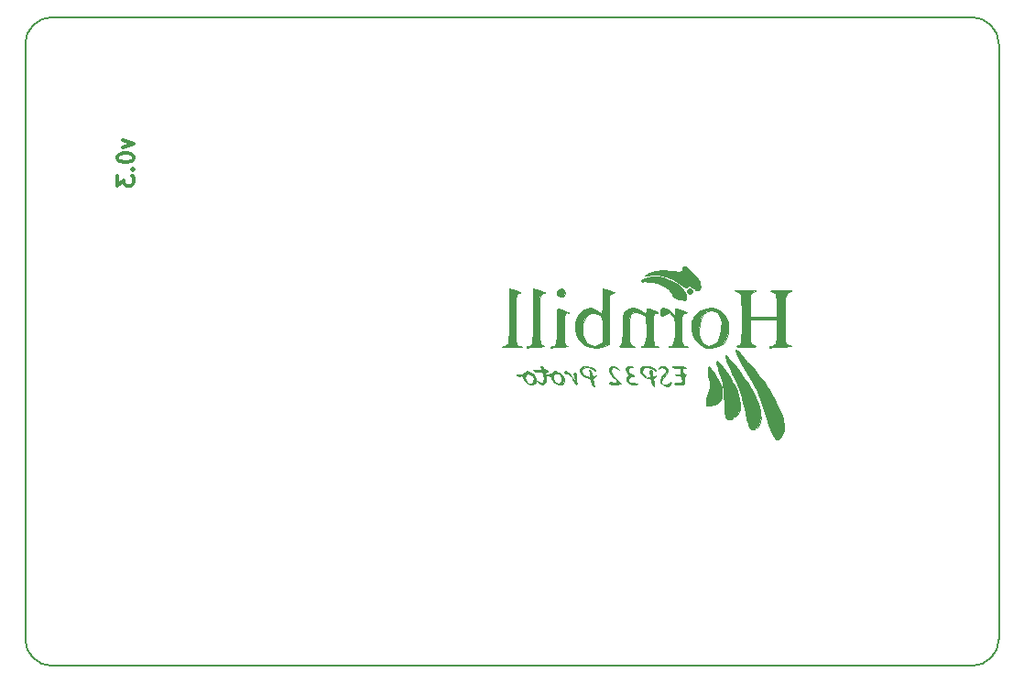
<source format=gbr>
G04 #@! TF.FileFunction,Legend,Bot*
%FSLAX46Y46*%
G04 Gerber Fmt 4.6, Leading zero omitted, Abs format (unit mm)*
G04 Created by KiCad (PCBNEW (2015-01-16 BZR 5376)-product) date 12-May-17 12:05:33 PM*
%MOMM*%
G01*
G04 APERTURE LIST*
%ADD10C,0.100000*%
%ADD11C,0.300000*%
%ADD12C,0.150000*%
%ADD13C,0.010000*%
G04 APERTURE END LIST*
D10*
D11*
X54034571Y-61357144D02*
X55034571Y-61714287D01*
X54034571Y-62071429D01*
X53534571Y-62928572D02*
X53534571Y-63071429D01*
X53606000Y-63214286D01*
X53677429Y-63285715D01*
X53820286Y-63357144D01*
X54106000Y-63428572D01*
X54463143Y-63428572D01*
X54748857Y-63357144D01*
X54891714Y-63285715D01*
X54963143Y-63214286D01*
X55034571Y-63071429D01*
X55034571Y-62928572D01*
X54963143Y-62785715D01*
X54891714Y-62714286D01*
X54748857Y-62642858D01*
X54463143Y-62571429D01*
X54106000Y-62571429D01*
X53820286Y-62642858D01*
X53677429Y-62714286D01*
X53606000Y-62785715D01*
X53534571Y-62928572D01*
X54891714Y-64071429D02*
X54963143Y-64142857D01*
X55034571Y-64071429D01*
X54963143Y-64000000D01*
X54891714Y-64071429D01*
X55034571Y-64071429D01*
X53534571Y-64642858D02*
X53534571Y-65571429D01*
X54106000Y-65071429D01*
X54106000Y-65285715D01*
X54177429Y-65428572D01*
X54248857Y-65500001D01*
X54391714Y-65571429D01*
X54748857Y-65571429D01*
X54891714Y-65500001D01*
X54963143Y-65428572D01*
X55034571Y-65285715D01*
X55034571Y-64857143D01*
X54963143Y-64714286D01*
X54891714Y-64642858D01*
D12*
X45000000Y-52500000D02*
X45000000Y-107500000D01*
X132500000Y-50000000D02*
X47500000Y-50000000D01*
X135000000Y-107500000D02*
X135000000Y-52500000D01*
X47500000Y-110000000D02*
X132500000Y-110000000D01*
X45000000Y-107500000D02*
G75*
G03X47500000Y-110000000I2500000J0D01*
G01*
X132500000Y-110000000D02*
G75*
G03X135000000Y-107500000I0J2500000D01*
G01*
X135000000Y-52500000D02*
G75*
G03X132500000Y-50000000I-2500000J0D01*
G01*
X47500000Y-50000000D02*
G75*
G03X45000000Y-52500000I0J-2500000D01*
G01*
D13*
G36*
X110674846Y-80770598D02*
X110684422Y-80870641D01*
X110766844Y-81092513D01*
X110909795Y-81411683D01*
X111100959Y-81803618D01*
X111328022Y-82243788D01*
X111578666Y-82707660D01*
X111840576Y-83170704D01*
X112091007Y-83591400D01*
X112313079Y-83960914D01*
X112494698Y-84285857D01*
X112651193Y-84601556D01*
X112797891Y-84943339D01*
X112950121Y-85346532D01*
X113123213Y-85846462D01*
X113297796Y-86372644D01*
X113540992Y-87104092D01*
X113742849Y-87688726D01*
X113909696Y-88142218D01*
X114047860Y-88480243D01*
X114163667Y-88718471D01*
X114263446Y-88872576D01*
X114336955Y-88946567D01*
X114460558Y-89027751D01*
X114568713Y-89031669D01*
X114741294Y-88958769D01*
X114761684Y-88948953D01*
X114929195Y-88782254D01*
X115010240Y-88586733D01*
X114951933Y-88586733D01*
X114909600Y-88629067D01*
X114867266Y-88586733D01*
X114443933Y-88586733D01*
X114401600Y-88629067D01*
X114359266Y-88586733D01*
X114401600Y-88544400D01*
X114443933Y-88586733D01*
X114867266Y-88586733D01*
X114909600Y-88544400D01*
X114951933Y-88586733D01*
X115010240Y-88586733D01*
X115050197Y-88490339D01*
X115118613Y-88112424D01*
X115128368Y-87687729D01*
X115073388Y-87255471D01*
X115043400Y-87130322D01*
X114952189Y-86867074D01*
X114796481Y-86494652D01*
X114594928Y-86051392D01*
X114366183Y-85575631D01*
X114128897Y-85105708D01*
X113901722Y-84679959D01*
X113703311Y-84336721D01*
X113623961Y-84212820D01*
X113250759Y-83674108D01*
X112887985Y-83178216D01*
X112549304Y-82741519D01*
X112248378Y-82380390D01*
X111998869Y-82111202D01*
X111814441Y-81950329D01*
X111708758Y-81914146D01*
X111706771Y-81915266D01*
X111665229Y-81910271D01*
X111685410Y-81866827D01*
X111658508Y-81770447D01*
X111540905Y-81597284D01*
X111363835Y-81381218D01*
X111158530Y-81156131D01*
X110956224Y-80955903D01*
X110788150Y-80814415D01*
X110685541Y-80765547D01*
X110674846Y-80770598D01*
X110674846Y-80770598D01*
G37*
X110674846Y-80770598D02*
X110684422Y-80870641D01*
X110766844Y-81092513D01*
X110909795Y-81411683D01*
X111100959Y-81803618D01*
X111328022Y-82243788D01*
X111578666Y-82707660D01*
X111840576Y-83170704D01*
X112091007Y-83591400D01*
X112313079Y-83960914D01*
X112494698Y-84285857D01*
X112651193Y-84601556D01*
X112797891Y-84943339D01*
X112950121Y-85346532D01*
X113123213Y-85846462D01*
X113297796Y-86372644D01*
X113540992Y-87104092D01*
X113742849Y-87688726D01*
X113909696Y-88142218D01*
X114047860Y-88480243D01*
X114163667Y-88718471D01*
X114263446Y-88872576D01*
X114336955Y-88946567D01*
X114460558Y-89027751D01*
X114568713Y-89031669D01*
X114741294Y-88958769D01*
X114761684Y-88948953D01*
X114929195Y-88782254D01*
X115010240Y-88586733D01*
X114951933Y-88586733D01*
X114909600Y-88629067D01*
X114867266Y-88586733D01*
X114443933Y-88586733D01*
X114401600Y-88629067D01*
X114359266Y-88586733D01*
X114401600Y-88544400D01*
X114443933Y-88586733D01*
X114867266Y-88586733D01*
X114909600Y-88544400D01*
X114951933Y-88586733D01*
X115010240Y-88586733D01*
X115050197Y-88490339D01*
X115118613Y-88112424D01*
X115128368Y-87687729D01*
X115073388Y-87255471D01*
X115043400Y-87130322D01*
X114952189Y-86867074D01*
X114796481Y-86494652D01*
X114594928Y-86051392D01*
X114366183Y-85575631D01*
X114128897Y-85105708D01*
X113901722Y-84679959D01*
X113703311Y-84336721D01*
X113623961Y-84212820D01*
X113250759Y-83674108D01*
X112887985Y-83178216D01*
X112549304Y-82741519D01*
X112248378Y-82380390D01*
X111998869Y-82111202D01*
X111814441Y-81950329D01*
X111708758Y-81914146D01*
X111706771Y-81915266D01*
X111665229Y-81910271D01*
X111685410Y-81866827D01*
X111658508Y-81770447D01*
X111540905Y-81597284D01*
X111363835Y-81381218D01*
X111158530Y-81156131D01*
X110956224Y-80955903D01*
X110788150Y-80814415D01*
X110685541Y-80765547D01*
X110674846Y-80770598D01*
G36*
X109724215Y-81407825D02*
X109793547Y-81650024D01*
X109926187Y-82003128D01*
X110114066Y-82447821D01*
X110349112Y-82964786D01*
X110623254Y-83534707D01*
X110851630Y-83989127D01*
X110995525Y-84307818D01*
X111123560Y-84680867D01*
X111246273Y-85144215D01*
X111374200Y-85733796D01*
X111397744Y-85851794D01*
X111555706Y-86613852D01*
X111696361Y-87211568D01*
X111820838Y-87648927D01*
X111930265Y-87929911D01*
X112022251Y-88056270D01*
X112159286Y-88105553D01*
X112321091Y-88117778D01*
X112441347Y-88094507D01*
X112460174Y-88045959D01*
X112486416Y-87988506D01*
X112557885Y-87982459D01*
X112715757Y-87917225D01*
X112847758Y-87717491D01*
X112941954Y-87417516D01*
X112986410Y-87051558D01*
X112981027Y-86767821D01*
X112902892Y-86314391D01*
X112743214Y-85771295D01*
X112521109Y-85185039D01*
X112255694Y-84602123D01*
X111966085Y-84069050D01*
X111716434Y-83691560D01*
X111522370Y-83428955D01*
X111280789Y-83100533D01*
X111043928Y-82777309D01*
X111043504Y-82776729D01*
X110802135Y-82459268D01*
X110540804Y-82136236D01*
X110282174Y-81833111D01*
X110048910Y-81575372D01*
X109863675Y-81388499D01*
X109749132Y-81297969D01*
X109726264Y-81295847D01*
X109724215Y-81407825D01*
X109724215Y-81407825D01*
G37*
X109724215Y-81407825D02*
X109793547Y-81650024D01*
X109926187Y-82003128D01*
X110114066Y-82447821D01*
X110349112Y-82964786D01*
X110623254Y-83534707D01*
X110851630Y-83989127D01*
X110995525Y-84307818D01*
X111123560Y-84680867D01*
X111246273Y-85144215D01*
X111374200Y-85733796D01*
X111397744Y-85851794D01*
X111555706Y-86613852D01*
X111696361Y-87211568D01*
X111820838Y-87648927D01*
X111930265Y-87929911D01*
X112022251Y-88056270D01*
X112159286Y-88105553D01*
X112321091Y-88117778D01*
X112441347Y-88094507D01*
X112460174Y-88045959D01*
X112486416Y-87988506D01*
X112557885Y-87982459D01*
X112715757Y-87917225D01*
X112847758Y-87717491D01*
X112941954Y-87417516D01*
X112986410Y-87051558D01*
X112981027Y-86767821D01*
X112902892Y-86314391D01*
X112743214Y-85771295D01*
X112521109Y-85185039D01*
X112255694Y-84602123D01*
X111966085Y-84069050D01*
X111716434Y-83691560D01*
X111522370Y-83428955D01*
X111280789Y-83100533D01*
X111043928Y-82777309D01*
X111043504Y-82776729D01*
X110802135Y-82459268D01*
X110540804Y-82136236D01*
X110282174Y-81833111D01*
X110048910Y-81575372D01*
X109863675Y-81388499D01*
X109749132Y-81297969D01*
X109726264Y-81295847D01*
X109724215Y-81407825D01*
G36*
X108889968Y-81841458D02*
X108917478Y-82054995D01*
X109010236Y-82415219D01*
X109169072Y-82925670D01*
X109264045Y-83210400D01*
X109374956Y-83545621D01*
X109456000Y-83823574D01*
X109513042Y-84083817D01*
X109551945Y-84365908D01*
X109578574Y-84709405D01*
X109598793Y-85153866D01*
X109612821Y-85563122D01*
X109632755Y-86124306D01*
X109655827Y-86538547D01*
X109689379Y-86828184D01*
X109740755Y-87015556D01*
X109817297Y-87123000D01*
X109926350Y-87172857D01*
X110075257Y-87187463D01*
X110147100Y-87188437D01*
X110319928Y-87169261D01*
X110389959Y-87126233D01*
X110390975Y-87002280D01*
X110443593Y-86971400D01*
X110490846Y-86983609D01*
X110629898Y-86955925D01*
X110792878Y-86813912D01*
X110942636Y-86601171D01*
X111042021Y-86361307D01*
X111049927Y-86327431D01*
X111067385Y-86075976D01*
X111041897Y-85745244D01*
X110981915Y-85366696D01*
X110895888Y-84971793D01*
X110792265Y-84591996D01*
X110679496Y-84258767D01*
X110566032Y-84003565D01*
X110460321Y-83857853D01*
X110382827Y-83843612D01*
X110331260Y-83832677D01*
X110343139Y-83776830D01*
X110318112Y-83650718D01*
X110207034Y-83426430D01*
X110032371Y-83135780D01*
X109816586Y-82810586D01*
X109582146Y-82482661D01*
X109351516Y-82183823D01*
X109147159Y-81945887D01*
X108991542Y-81800669D01*
X108926876Y-81771067D01*
X108889968Y-81841458D01*
X108889968Y-81841458D01*
G37*
X108889968Y-81841458D02*
X108917478Y-82054995D01*
X109010236Y-82415219D01*
X109169072Y-82925670D01*
X109264045Y-83210400D01*
X109374956Y-83545621D01*
X109456000Y-83823574D01*
X109513042Y-84083817D01*
X109551945Y-84365908D01*
X109578574Y-84709405D01*
X109598793Y-85153866D01*
X109612821Y-85563122D01*
X109632755Y-86124306D01*
X109655827Y-86538547D01*
X109689379Y-86828184D01*
X109740755Y-87015556D01*
X109817297Y-87123000D01*
X109926350Y-87172857D01*
X110075257Y-87187463D01*
X110147100Y-87188437D01*
X110319928Y-87169261D01*
X110389959Y-87126233D01*
X110390975Y-87002280D01*
X110443593Y-86971400D01*
X110490846Y-86983609D01*
X110629898Y-86955925D01*
X110792878Y-86813912D01*
X110942636Y-86601171D01*
X111042021Y-86361307D01*
X111049927Y-86327431D01*
X111067385Y-86075976D01*
X111041897Y-85745244D01*
X110981915Y-85366696D01*
X110895888Y-84971793D01*
X110792265Y-84591996D01*
X110679496Y-84258767D01*
X110566032Y-84003565D01*
X110460321Y-83857853D01*
X110382827Y-83843612D01*
X110331260Y-83832677D01*
X110343139Y-83776830D01*
X110318112Y-83650718D01*
X110207034Y-83426430D01*
X110032371Y-83135780D01*
X109816586Y-82810586D01*
X109582146Y-82482661D01*
X109351516Y-82183823D01*
X109147159Y-81945887D01*
X108991542Y-81800669D01*
X108926876Y-81771067D01*
X108889968Y-81841458D01*
G36*
X108124783Y-82355340D02*
X108114706Y-82555491D01*
X108127105Y-82836512D01*
X108158861Y-83155400D01*
X108206861Y-83469148D01*
X108265230Y-83725246D01*
X108294633Y-83937195D01*
X108264652Y-84205586D01*
X108169758Y-84578109D01*
X108164123Y-84597241D01*
X108067756Y-84955023D01*
X107989137Y-85304476D01*
X107946684Y-85559900D01*
X107907549Y-85919733D01*
X108318241Y-85912719D01*
X108710390Y-85857121D01*
X109002718Y-85736399D01*
X109249844Y-85489070D01*
X109390428Y-85136092D01*
X109423036Y-84704577D01*
X109346239Y-84221638D01*
X109158605Y-83714386D01*
X109114181Y-83624972D01*
X108912024Y-83259593D01*
X108696492Y-82912541D01*
X108489169Y-82614274D01*
X108311637Y-82395249D01*
X108185478Y-82285923D01*
X108160449Y-82279067D01*
X108124783Y-82355340D01*
X108124783Y-82355340D01*
G37*
X108124783Y-82355340D02*
X108114706Y-82555491D01*
X108127105Y-82836512D01*
X108158861Y-83155400D01*
X108206861Y-83469148D01*
X108265230Y-83725246D01*
X108294633Y-83937195D01*
X108264652Y-84205586D01*
X108169758Y-84578109D01*
X108164123Y-84597241D01*
X108067756Y-84955023D01*
X107989137Y-85304476D01*
X107946684Y-85559900D01*
X107907549Y-85919733D01*
X108318241Y-85912719D01*
X108710390Y-85857121D01*
X109002718Y-85736399D01*
X109249844Y-85489070D01*
X109390428Y-85136092D01*
X109423036Y-84704577D01*
X109346239Y-84221638D01*
X109158605Y-83714386D01*
X109114181Y-83624972D01*
X108912024Y-83259593D01*
X108696492Y-82912541D01*
X108489169Y-82614274D01*
X108311637Y-82395249D01*
X108185478Y-82285923D01*
X108160449Y-82279067D01*
X108124783Y-82355340D01*
G36*
X103615994Y-82343725D02*
X103536347Y-82448400D01*
X103523464Y-82530136D01*
X103598662Y-82488857D01*
X103630504Y-82463067D01*
X103845417Y-82379666D01*
X104075888Y-82419701D01*
X104231126Y-82552024D01*
X104263960Y-82662328D01*
X104207337Y-82793219D01*
X104041955Y-82985096D01*
X104006940Y-83021260D01*
X103768080Y-83331794D01*
X103679865Y-83611273D01*
X103743216Y-83845822D01*
X103941062Y-84012559D01*
X104200303Y-84119556D01*
X104399899Y-84120616D01*
X104559100Y-84050285D01*
X104682265Y-83921064D01*
X104707266Y-83835048D01*
X104683330Y-83765179D01*
X104589605Y-83802995D01*
X104490193Y-83876860D01*
X104237481Y-83989963D01*
X103997466Y-83945220D01*
X103824382Y-83776279D01*
X103796145Y-83657022D01*
X103872762Y-83508066D01*
X104000666Y-83361144D01*
X104250864Y-83065809D01*
X104373682Y-82831859D01*
X104383301Y-82627754D01*
X104362260Y-82556766D01*
X104232913Y-82397230D01*
X104026874Y-82303487D01*
X103801961Y-82283123D01*
X103615994Y-82343725D01*
X103615994Y-82343725D01*
G37*
X103615994Y-82343725D02*
X103536347Y-82448400D01*
X103523464Y-82530136D01*
X103598662Y-82488857D01*
X103630504Y-82463067D01*
X103845417Y-82379666D01*
X104075888Y-82419701D01*
X104231126Y-82552024D01*
X104263960Y-82662328D01*
X104207337Y-82793219D01*
X104041955Y-82985096D01*
X104006940Y-83021260D01*
X103768080Y-83331794D01*
X103679865Y-83611273D01*
X103743216Y-83845822D01*
X103941062Y-84012559D01*
X104200303Y-84119556D01*
X104399899Y-84120616D01*
X104559100Y-84050285D01*
X104682265Y-83921064D01*
X104707266Y-83835048D01*
X104683330Y-83765179D01*
X104589605Y-83802995D01*
X104490193Y-83876860D01*
X104237481Y-83989963D01*
X103997466Y-83945220D01*
X103824382Y-83776279D01*
X103796145Y-83657022D01*
X103872762Y-83508066D01*
X104000666Y-83361144D01*
X104250864Y-83065809D01*
X104373682Y-82831859D01*
X104383301Y-82627754D01*
X104362260Y-82556766D01*
X104232913Y-82397230D01*
X104026874Y-82303487D01*
X103801961Y-82283123D01*
X103615994Y-82343725D01*
G36*
X102721975Y-82667294D02*
X102716923Y-82828485D01*
X102785632Y-83120071D01*
X102804657Y-83183958D01*
X102759016Y-83275685D01*
X102649418Y-83320595D01*
X102463600Y-83356673D01*
X102649117Y-83368203D01*
X102779035Y-83413040D01*
X102860706Y-83555463D01*
X102904490Y-83732969D01*
X102971162Y-83959575D01*
X103054306Y-84103065D01*
X103082499Y-84122255D01*
X103151880Y-84101567D01*
X103144775Y-83951794D01*
X103137554Y-83917186D01*
X103084869Y-83696432D01*
X103045065Y-83552546D01*
X103076089Y-83416100D01*
X103200303Y-83271697D01*
X103324772Y-83167583D01*
X103318672Y-83154036D01*
X103212897Y-83203167D01*
X103054226Y-83232915D01*
X102962597Y-83124479D01*
X102929670Y-82866666D01*
X102929266Y-82822475D01*
X102883351Y-82656812D01*
X102800653Y-82617733D01*
X102721975Y-82667294D01*
X102721975Y-82667294D01*
G37*
X102721975Y-82667294D02*
X102716923Y-82828485D01*
X102785632Y-83120071D01*
X102804657Y-83183958D01*
X102759016Y-83275685D01*
X102649418Y-83320595D01*
X102463600Y-83356673D01*
X102649117Y-83368203D01*
X102779035Y-83413040D01*
X102860706Y-83555463D01*
X102904490Y-83732969D01*
X102971162Y-83959575D01*
X103054306Y-84103065D01*
X103082499Y-84122255D01*
X103151880Y-84101567D01*
X103144775Y-83951794D01*
X103137554Y-83917186D01*
X103084869Y-83696432D01*
X103045065Y-83552546D01*
X103076089Y-83416100D01*
X103200303Y-83271697D01*
X103324772Y-83167583D01*
X103318672Y-83154036D01*
X103212897Y-83203167D01*
X103054226Y-83232915D01*
X102962597Y-83124479D01*
X102929670Y-82866666D01*
X102929266Y-82822475D01*
X102883351Y-82656812D01*
X102800653Y-82617733D01*
X102721975Y-82667294D01*
G36*
X96590353Y-82303592D02*
X96404367Y-82366712D01*
X96260727Y-82517722D01*
X96244986Y-82719292D01*
X96338195Y-82937668D01*
X96521401Y-83139096D01*
X96775655Y-83289825D01*
X96951596Y-83341359D01*
X97135447Y-83389470D01*
X97244565Y-83476303D01*
X97309806Y-83645899D01*
X97359137Y-83923050D01*
X97414360Y-84045867D01*
X97505339Y-84128301D01*
X97579169Y-84133688D01*
X97593247Y-84085289D01*
X97574170Y-83962807D01*
X97529650Y-83750406D01*
X97518361Y-83701066D01*
X97483694Y-83479790D01*
X97525275Y-83346295D01*
X97626214Y-83254120D01*
X97806933Y-83120842D01*
X97617794Y-83210205D01*
X97495417Y-83252542D01*
X97429211Y-83204159D01*
X97386064Y-83030869D01*
X97374139Y-82958651D01*
X97315989Y-82743373D01*
X97237346Y-82625868D01*
X97212362Y-82617733D01*
X97148981Y-82663328D01*
X97153711Y-82821044D01*
X97176171Y-82932856D01*
X97213941Y-83143542D01*
X97218420Y-83270550D01*
X97213531Y-83281691D01*
X97097514Y-83294971D01*
X96905653Y-83237946D01*
X96702361Y-83135187D01*
X96577113Y-83038913D01*
X96429890Y-82822960D01*
X96447411Y-82623047D01*
X96542981Y-82496781D01*
X96772295Y-82379885D01*
X97069910Y-82394318D01*
X97400976Y-82537121D01*
X97458985Y-82574567D01*
X97642971Y-82692815D01*
X97713869Y-82714400D01*
X97693960Y-82644389D01*
X97684254Y-82625806D01*
X97511637Y-82459851D01*
X97232589Y-82342897D01*
X96905898Y-82286843D01*
X96590353Y-82303592D01*
X96590353Y-82303592D01*
G37*
X96590353Y-82303592D02*
X96404367Y-82366712D01*
X96260727Y-82517722D01*
X96244986Y-82719292D01*
X96338195Y-82937668D01*
X96521401Y-83139096D01*
X96775655Y-83289825D01*
X96951596Y-83341359D01*
X97135447Y-83389470D01*
X97244565Y-83476303D01*
X97309806Y-83645899D01*
X97359137Y-83923050D01*
X97414360Y-84045867D01*
X97505339Y-84128301D01*
X97579169Y-84133688D01*
X97593247Y-84085289D01*
X97574170Y-83962807D01*
X97529650Y-83750406D01*
X97518361Y-83701066D01*
X97483694Y-83479790D01*
X97525275Y-83346295D01*
X97626214Y-83254120D01*
X97806933Y-83120842D01*
X97617794Y-83210205D01*
X97495417Y-83252542D01*
X97429211Y-83204159D01*
X97386064Y-83030869D01*
X97374139Y-82958651D01*
X97315989Y-82743373D01*
X97237346Y-82625868D01*
X97212362Y-82617733D01*
X97148981Y-82663328D01*
X97153711Y-82821044D01*
X97176171Y-82932856D01*
X97213941Y-83143542D01*
X97218420Y-83270550D01*
X97213531Y-83281691D01*
X97097514Y-83294971D01*
X96905653Y-83237946D01*
X96702361Y-83135187D01*
X96577113Y-83038913D01*
X96429890Y-82822960D01*
X96447411Y-82623047D01*
X96542981Y-82496781D01*
X96772295Y-82379885D01*
X97069910Y-82394318D01*
X97400976Y-82537121D01*
X97458985Y-82574567D01*
X97642971Y-82692815D01*
X97713869Y-82714400D01*
X97693960Y-82644389D01*
X97684254Y-82625806D01*
X97511637Y-82459851D01*
X97232589Y-82342897D01*
X96905898Y-82286843D01*
X96590353Y-82303592D01*
G36*
X100668043Y-82325948D02*
X100575533Y-82380667D01*
X100480732Y-82558263D01*
X100545127Y-82755161D01*
X100650155Y-82878622D01*
X100766002Y-83014633D01*
X100762486Y-83114021D01*
X100692488Y-83202788D01*
X100569843Y-83432167D01*
X100591349Y-83654055D01*
X100732993Y-83841106D01*
X100970760Y-83965974D01*
X101280637Y-84001313D01*
X101384100Y-83990364D01*
X101548382Y-83945301D01*
X101560195Y-83896516D01*
X101435422Y-83858482D01*
X101225018Y-83845400D01*
X100936355Y-83809339D01*
X100780842Y-83697233D01*
X100738299Y-83503992D01*
X100836078Y-83335629D01*
X101046038Y-83234185D01*
X101096306Y-83225943D01*
X101279701Y-83177050D01*
X101301799Y-83107025D01*
X101165562Y-83035883D01*
X101064499Y-83011013D01*
X100830636Y-82900863D01*
X100735583Y-82767596D01*
X100715738Y-82547526D01*
X100825952Y-82408822D01*
X101037722Y-82387028D01*
X101168037Y-82389818D01*
X101186041Y-82351502D01*
X101065372Y-82291323D01*
X100865825Y-82284089D01*
X100668043Y-82325948D01*
X100668043Y-82325948D01*
G37*
X100668043Y-82325948D02*
X100575533Y-82380667D01*
X100480732Y-82558263D01*
X100545127Y-82755161D01*
X100650155Y-82878622D01*
X100766002Y-83014633D01*
X100762486Y-83114021D01*
X100692488Y-83202788D01*
X100569843Y-83432167D01*
X100591349Y-83654055D01*
X100732993Y-83841106D01*
X100970760Y-83965974D01*
X101280637Y-84001313D01*
X101384100Y-83990364D01*
X101548382Y-83945301D01*
X101560195Y-83896516D01*
X101435422Y-83858482D01*
X101225018Y-83845400D01*
X100936355Y-83809339D01*
X100780842Y-83697233D01*
X100738299Y-83503992D01*
X100836078Y-83335629D01*
X101046038Y-83234185D01*
X101096306Y-83225943D01*
X101279701Y-83177050D01*
X101301799Y-83107025D01*
X101165562Y-83035883D01*
X101064499Y-83011013D01*
X100830636Y-82900863D01*
X100735583Y-82767596D01*
X100715738Y-82547526D01*
X100825952Y-82408822D01*
X101037722Y-82387028D01*
X101168037Y-82389818D01*
X101186041Y-82351502D01*
X101065372Y-82291323D01*
X100865825Y-82284089D01*
X100668043Y-82325948D01*
G36*
X104925516Y-82298265D02*
X104798089Y-82320971D01*
X104826569Y-82360311D01*
X104834266Y-82363733D01*
X105041277Y-82418025D01*
X105278766Y-82442449D01*
X105476227Y-82471041D01*
X105549794Y-82561870D01*
X105553933Y-82610808D01*
X105583423Y-82830971D01*
X105609471Y-82917946D01*
X105622220Y-83011124D01*
X105536043Y-83040323D01*
X105361410Y-83027232D01*
X105175706Y-83020243D01*
X105096681Y-83047427D01*
X105099202Y-83058761D01*
X105205098Y-83106971D01*
X105387984Y-83125733D01*
X105583662Y-83162173D01*
X105677484Y-83297331D01*
X105686818Y-83330703D01*
X105725805Y-83609834D01*
X105657248Y-83769691D01*
X105463951Y-83834218D01*
X105322225Y-83838369D01*
X105116269Y-83848737D01*
X105013718Y-83883112D01*
X105012336Y-83901869D01*
X105116076Y-83942575D01*
X105323317Y-83965893D01*
X105569014Y-83970736D01*
X105788122Y-83956015D01*
X105915596Y-83920644D01*
X105919739Y-83917038D01*
X105942648Y-83805548D01*
X105931340Y-83596369D01*
X105921649Y-83527409D01*
X105905291Y-83271741D01*
X105964480Y-83134864D01*
X105986232Y-83118400D01*
X106054346Y-83057556D01*
X105965975Y-83042363D01*
X105841156Y-82965049D01*
X105752540Y-82769348D01*
X105724423Y-82554233D01*
X105795227Y-82469410D01*
X105913766Y-82442449D01*
X106045671Y-82432502D01*
X106015009Y-82399374D01*
X105934933Y-82363733D01*
X105763381Y-82325510D01*
X105487190Y-82299157D01*
X105215266Y-82290968D01*
X104925516Y-82298265D01*
X104925516Y-82298265D01*
G37*
X104925516Y-82298265D02*
X104798089Y-82320971D01*
X104826569Y-82360311D01*
X104834266Y-82363733D01*
X105041277Y-82418025D01*
X105278766Y-82442449D01*
X105476227Y-82471041D01*
X105549794Y-82561870D01*
X105553933Y-82610808D01*
X105583423Y-82830971D01*
X105609471Y-82917946D01*
X105622220Y-83011124D01*
X105536043Y-83040323D01*
X105361410Y-83027232D01*
X105175706Y-83020243D01*
X105096681Y-83047427D01*
X105099202Y-83058761D01*
X105205098Y-83106971D01*
X105387984Y-83125733D01*
X105583662Y-83162173D01*
X105677484Y-83297331D01*
X105686818Y-83330703D01*
X105725805Y-83609834D01*
X105657248Y-83769691D01*
X105463951Y-83834218D01*
X105322225Y-83838369D01*
X105116269Y-83848737D01*
X105013718Y-83883112D01*
X105012336Y-83901869D01*
X105116076Y-83942575D01*
X105323317Y-83965893D01*
X105569014Y-83970736D01*
X105788122Y-83956015D01*
X105915596Y-83920644D01*
X105919739Y-83917038D01*
X105942648Y-83805548D01*
X105931340Y-83596369D01*
X105921649Y-83527409D01*
X105905291Y-83271741D01*
X105964480Y-83134864D01*
X105986232Y-83118400D01*
X106054346Y-83057556D01*
X105965975Y-83042363D01*
X105841156Y-82965049D01*
X105752540Y-82769348D01*
X105724423Y-82554233D01*
X105795227Y-82469410D01*
X105913766Y-82442449D01*
X106045671Y-82432502D01*
X106015009Y-82399374D01*
X105934933Y-82363733D01*
X105763381Y-82325510D01*
X105487190Y-82299157D01*
X105215266Y-82290968D01*
X104925516Y-82298265D01*
G36*
X99056077Y-82349584D02*
X98955764Y-82510032D01*
X98949933Y-82571755D01*
X99004725Y-82763228D01*
X99144150Y-83016983D01*
X99330782Y-83277936D01*
X99527195Y-83491001D01*
X99627287Y-83568728D01*
X99775394Y-83690415D01*
X99765799Y-83764774D01*
X99605181Y-83785136D01*
X99428648Y-83767116D01*
X99145286Y-83749408D01*
X98985898Y-83805395D01*
X98967216Y-83824576D01*
X98946444Y-83884586D01*
X99024615Y-83920264D01*
X99227631Y-83937789D01*
X99462167Y-83942602D01*
X99753101Y-83938047D01*
X99963454Y-83920986D01*
X100050258Y-83895029D01*
X100050600Y-83893157D01*
X99994725Y-83809647D01*
X99849252Y-83647030D01*
X99674604Y-83469311D01*
X99351051Y-83110085D01*
X99180827Y-82816825D01*
X99162619Y-82586513D01*
X99236594Y-82464120D01*
X99344099Y-82376650D01*
X99452680Y-82374880D01*
X99631265Y-82459937D01*
X99651337Y-82470908D01*
X99923600Y-82620178D01*
X99723720Y-82449622D01*
X99484279Y-82312398D01*
X99246990Y-82281379D01*
X99056077Y-82349584D01*
X99056077Y-82349584D01*
G37*
X99056077Y-82349584D02*
X98955764Y-82510032D01*
X98949933Y-82571755D01*
X99004725Y-82763228D01*
X99144150Y-83016983D01*
X99330782Y-83277936D01*
X99527195Y-83491001D01*
X99627287Y-83568728D01*
X99775394Y-83690415D01*
X99765799Y-83764774D01*
X99605181Y-83785136D01*
X99428648Y-83767116D01*
X99145286Y-83749408D01*
X98985898Y-83805395D01*
X98967216Y-83824576D01*
X98946444Y-83884586D01*
X99024615Y-83920264D01*
X99227631Y-83937789D01*
X99462167Y-83942602D01*
X99753101Y-83938047D01*
X99963454Y-83920986D01*
X100050258Y-83895029D01*
X100050600Y-83893157D01*
X99994725Y-83809647D01*
X99849252Y-83647030D01*
X99674604Y-83469311D01*
X99351051Y-83110085D01*
X99180827Y-82816825D01*
X99162619Y-82586513D01*
X99236594Y-82464120D01*
X99344099Y-82376650D01*
X99452680Y-82374880D01*
X99631265Y-82459937D01*
X99651337Y-82470908D01*
X99923600Y-82620178D01*
X99723720Y-82449622D01*
X99484279Y-82312398D01*
X99246990Y-82281379D01*
X99056077Y-82349584D01*
G36*
X95685531Y-82926862D02*
X95685852Y-82977567D01*
X95727172Y-83134043D01*
X95773186Y-83331019D01*
X95801042Y-83494422D01*
X95767359Y-83520588D01*
X95689676Y-83463910D01*
X95611126Y-83409073D01*
X95607381Y-83452392D01*
X95679707Y-83617967D01*
X95700033Y-83660791D01*
X95832842Y-83892996D01*
X95925731Y-83961417D01*
X95970918Y-83868525D01*
X95960619Y-83616790D01*
X95955775Y-83579583D01*
X95922949Y-83307212D01*
X95903881Y-83085371D01*
X95901933Y-83029249D01*
X95846791Y-82898562D01*
X95777590Y-82871733D01*
X95685531Y-82926862D01*
X95685531Y-82926862D01*
G37*
X95685531Y-82926862D02*
X95685852Y-82977567D01*
X95727172Y-83134043D01*
X95773186Y-83331019D01*
X95801042Y-83494422D01*
X95767359Y-83520588D01*
X95689676Y-83463910D01*
X95611126Y-83409073D01*
X95607381Y-83452392D01*
X95679707Y-83617967D01*
X95700033Y-83660791D01*
X95832842Y-83892996D01*
X95925731Y-83961417D01*
X95970918Y-83868525D01*
X95960619Y-83616790D01*
X95955775Y-83579583D01*
X95922949Y-83307212D01*
X95903881Y-83085371D01*
X95901933Y-83029249D01*
X95846791Y-82898562D01*
X95777590Y-82871733D01*
X95685531Y-82926862D01*
G36*
X92638808Y-82309806D02*
X92674171Y-82428511D01*
X92684600Y-82448400D01*
X92724544Y-82546399D01*
X92686480Y-82597008D01*
X92537399Y-82616010D01*
X92327745Y-82619030D01*
X92073606Y-82628918D01*
X91975882Y-82658728D01*
X92007266Y-82702400D01*
X92169933Y-82755190D01*
X92415675Y-82784039D01*
X92484225Y-82785770D01*
X92709158Y-82808340D01*
X92845427Y-82895509D01*
X92914198Y-83079538D01*
X92936641Y-83392689D01*
X92937444Y-83476508D01*
X92898316Y-83730400D01*
X92780313Y-83835133D01*
X92586195Y-83789038D01*
X92503820Y-83739032D01*
X92303600Y-83603105D01*
X92464889Y-83787752D01*
X92682077Y-83944489D01*
X92896087Y-83956977D01*
X93069098Y-83846718D01*
X93163293Y-83635215D01*
X93154033Y-83395934D01*
X93137306Y-83235497D01*
X93214385Y-83172314D01*
X93360063Y-83159051D01*
X93549170Y-83179479D01*
X93614460Y-83273039D01*
X93615933Y-83300722D01*
X93667946Y-83459721D01*
X93796797Y-83664029D01*
X93835126Y-83711904D01*
X94068176Y-83897027D01*
X94337116Y-83978533D01*
X94586081Y-83946156D01*
X94699666Y-83870800D01*
X94802776Y-83662271D01*
X94801195Y-83617520D01*
X94608795Y-83617520D01*
X94598732Y-83669823D01*
X94515922Y-83834282D01*
X94345456Y-83886769D01*
X94302020Y-83887733D01*
X94090224Y-83848389D01*
X93960870Y-83768288D01*
X93880118Y-83605828D01*
X93816855Y-83370995D01*
X93813110Y-83349176D01*
X93794286Y-83145010D01*
X93846806Y-83045294D01*
X93986351Y-82993824D01*
X94200798Y-82968779D01*
X94336143Y-82987226D01*
X94491899Y-83125727D01*
X94591956Y-83359668D01*
X94608795Y-83617520D01*
X94801195Y-83617520D01*
X94793682Y-83404970D01*
X94694013Y-83152068D01*
X94525397Y-82956733D01*
X94309461Y-82872134D01*
X94293266Y-82871733D01*
X94155686Y-82836277D01*
X94123933Y-82787067D01*
X94066442Y-82709327D01*
X93935508Y-82723598D01*
X93793434Y-82820665D01*
X93777946Y-82838220D01*
X93579204Y-82995010D01*
X93338886Y-83080803D01*
X93151002Y-83071966D01*
X93035563Y-82969549D01*
X93049142Y-82850974D01*
X93180065Y-82787621D01*
X93197597Y-82787067D01*
X93314667Y-82754473D01*
X93319600Y-82702400D01*
X93199778Y-82630428D01*
X93108642Y-82617733D01*
X92957237Y-82546807D01*
X92896266Y-82448400D01*
X92800905Y-82311079D01*
X92718249Y-82279067D01*
X92638808Y-82309806D01*
X92638808Y-82309806D01*
G37*
X92638808Y-82309806D02*
X92674171Y-82428511D01*
X92684600Y-82448400D01*
X92724544Y-82546399D01*
X92686480Y-82597008D01*
X92537399Y-82616010D01*
X92327745Y-82619030D01*
X92073606Y-82628918D01*
X91975882Y-82658728D01*
X92007266Y-82702400D01*
X92169933Y-82755190D01*
X92415675Y-82784039D01*
X92484225Y-82785770D01*
X92709158Y-82808340D01*
X92845427Y-82895509D01*
X92914198Y-83079538D01*
X92936641Y-83392689D01*
X92937444Y-83476508D01*
X92898316Y-83730400D01*
X92780313Y-83835133D01*
X92586195Y-83789038D01*
X92503820Y-83739032D01*
X92303600Y-83603105D01*
X92464889Y-83787752D01*
X92682077Y-83944489D01*
X92896087Y-83956977D01*
X93069098Y-83846718D01*
X93163293Y-83635215D01*
X93154033Y-83395934D01*
X93137306Y-83235497D01*
X93214385Y-83172314D01*
X93360063Y-83159051D01*
X93549170Y-83179479D01*
X93614460Y-83273039D01*
X93615933Y-83300722D01*
X93667946Y-83459721D01*
X93796797Y-83664029D01*
X93835126Y-83711904D01*
X94068176Y-83897027D01*
X94337116Y-83978533D01*
X94586081Y-83946156D01*
X94699666Y-83870800D01*
X94802776Y-83662271D01*
X94801195Y-83617520D01*
X94608795Y-83617520D01*
X94598732Y-83669823D01*
X94515922Y-83834282D01*
X94345456Y-83886769D01*
X94302020Y-83887733D01*
X94090224Y-83848389D01*
X93960870Y-83768288D01*
X93880118Y-83605828D01*
X93816855Y-83370995D01*
X93813110Y-83349176D01*
X93794286Y-83145010D01*
X93846806Y-83045294D01*
X93986351Y-82993824D01*
X94200798Y-82968779D01*
X94336143Y-82987226D01*
X94491899Y-83125727D01*
X94591956Y-83359668D01*
X94608795Y-83617520D01*
X94801195Y-83617520D01*
X94793682Y-83404970D01*
X94694013Y-83152068D01*
X94525397Y-82956733D01*
X94309461Y-82872134D01*
X94293266Y-82871733D01*
X94155686Y-82836277D01*
X94123933Y-82787067D01*
X94066442Y-82709327D01*
X93935508Y-82723598D01*
X93793434Y-82820665D01*
X93777946Y-82838220D01*
X93579204Y-82995010D01*
X93338886Y-83080803D01*
X93151002Y-83071966D01*
X93035563Y-82969549D01*
X93049142Y-82850974D01*
X93180065Y-82787621D01*
X93197597Y-82787067D01*
X93314667Y-82754473D01*
X93319600Y-82702400D01*
X93199778Y-82630428D01*
X93108642Y-82617733D01*
X92957237Y-82546807D01*
X92896266Y-82448400D01*
X92800905Y-82311079D01*
X92718249Y-82279067D01*
X92638808Y-82309806D01*
G36*
X91237934Y-82808427D02*
X91159252Y-82863068D01*
X90888741Y-83005108D01*
X90624323Y-83059136D01*
X90617953Y-83059016D01*
X90454324Y-83062683D01*
X90441941Y-83094860D01*
X90506142Y-83136344D01*
X90707668Y-83184279D01*
X90813814Y-83170643D01*
X90940792Y-83173723D01*
X91017077Y-83308204D01*
X91030048Y-83355980D01*
X91158851Y-83633100D01*
X91367128Y-83842325D01*
X91614651Y-83964805D01*
X91861192Y-83981692D01*
X92066521Y-83874133D01*
X92087062Y-83851269D01*
X92160775Y-83683744D01*
X92187865Y-83505744D01*
X92007266Y-83505744D01*
X91986424Y-83742505D01*
X91897314Y-83855340D01*
X91700061Y-83887260D01*
X91653119Y-83887733D01*
X91470741Y-83852959D01*
X91339659Y-83719811D01*
X91268374Y-83586839D01*
X91184983Y-83299167D01*
X91243050Y-83094054D01*
X91438998Y-82981276D01*
X91493729Y-82970763D01*
X91729552Y-83011449D01*
X91912443Y-83180295D01*
X92003433Y-83436707D01*
X92007266Y-83505744D01*
X92187865Y-83505744D01*
X92195375Y-83456401D01*
X92132053Y-83188943D01*
X91957148Y-82978039D01*
X91717018Y-82874917D01*
X91666276Y-82871733D01*
X91517964Y-82820950D01*
X91476121Y-82765900D01*
X91402534Y-82727804D01*
X91237934Y-82808427D01*
X91237934Y-82808427D01*
G37*
X91237934Y-82808427D02*
X91159252Y-82863068D01*
X90888741Y-83005108D01*
X90624323Y-83059136D01*
X90617953Y-83059016D01*
X90454324Y-83062683D01*
X90441941Y-83094860D01*
X90506142Y-83136344D01*
X90707668Y-83184279D01*
X90813814Y-83170643D01*
X90940792Y-83173723D01*
X91017077Y-83308204D01*
X91030048Y-83355980D01*
X91158851Y-83633100D01*
X91367128Y-83842325D01*
X91614651Y-83964805D01*
X91861192Y-83981692D01*
X92066521Y-83874133D01*
X92087062Y-83851269D01*
X92160775Y-83683744D01*
X92187865Y-83505744D01*
X92007266Y-83505744D01*
X91986424Y-83742505D01*
X91897314Y-83855340D01*
X91700061Y-83887260D01*
X91653119Y-83887733D01*
X91470741Y-83852959D01*
X91339659Y-83719811D01*
X91268374Y-83586839D01*
X91184983Y-83299167D01*
X91243050Y-83094054D01*
X91438998Y-82981276D01*
X91493729Y-82970763D01*
X91729552Y-83011449D01*
X91912443Y-83180295D01*
X92003433Y-83436707D01*
X92007266Y-83505744D01*
X92187865Y-83505744D01*
X92195375Y-83456401D01*
X92132053Y-83188943D01*
X91957148Y-82978039D01*
X91717018Y-82874917D01*
X91666276Y-82871733D01*
X91517964Y-82820950D01*
X91476121Y-82765900D01*
X91402534Y-82727804D01*
X91237934Y-82808427D01*
G36*
X102092225Y-82326904D02*
X101890346Y-82465770D01*
X101828600Y-82666894D01*
X101883372Y-82853077D01*
X102016343Y-83059190D01*
X102180495Y-83226199D01*
X102328808Y-83295066D01*
X102328903Y-83295067D01*
X102333562Y-83244544D01*
X102237238Y-83119778D01*
X102205751Y-83087248D01*
X102043680Y-82893508D01*
X102008203Y-82728851D01*
X102085308Y-82528006D01*
X102085579Y-82527500D01*
X102242793Y-82396978D01*
X102491034Y-82367307D01*
X102786745Y-82436570D01*
X103039535Y-82569512D01*
X103213048Y-82670885D01*
X103298367Y-82686572D01*
X103298801Y-82660718D01*
X103176818Y-82529698D01*
X102947476Y-82404775D01*
X102671514Y-82312450D01*
X102424071Y-82279067D01*
X102092225Y-82326904D01*
X102092225Y-82326904D01*
G37*
X102092225Y-82326904D02*
X101890346Y-82465770D01*
X101828600Y-82666894D01*
X101883372Y-82853077D01*
X102016343Y-83059190D01*
X102180495Y-83226199D01*
X102328808Y-83295066D01*
X102328903Y-83295067D01*
X102333562Y-83244544D01*
X102237238Y-83119778D01*
X102205751Y-83087248D01*
X102043680Y-82893508D01*
X102008203Y-82728851D01*
X102085308Y-82528006D01*
X102085579Y-82527500D01*
X102242793Y-82396978D01*
X102491034Y-82367307D01*
X102786745Y-82436570D01*
X103039535Y-82569512D01*
X103213048Y-82670885D01*
X103298367Y-82686572D01*
X103298801Y-82660718D01*
X103176818Y-82529698D01*
X102947476Y-82404775D01*
X102671514Y-82312450D01*
X102424071Y-82279067D01*
X102092225Y-82326904D01*
G36*
X94857881Y-82758675D02*
X94835178Y-82869648D01*
X94912494Y-82968475D01*
X95024248Y-82982676D01*
X95164802Y-83003027D01*
X95344850Y-83115723D01*
X95368118Y-83136188D01*
X95587686Y-83337400D01*
X95447289Y-83117616D01*
X95300294Y-82950067D01*
X95115776Y-82814717D01*
X94947355Y-82744220D01*
X94857881Y-82758675D01*
X94857881Y-82758675D01*
G37*
X94857881Y-82758675D02*
X94835178Y-82869648D01*
X94912494Y-82968475D01*
X95024248Y-82982676D01*
X95164802Y-83003027D01*
X95344850Y-83115723D01*
X95368118Y-83136188D01*
X95587686Y-83337400D01*
X95447289Y-83117616D01*
X95300294Y-82950067D01*
X95115776Y-82814717D01*
X94947355Y-82744220D01*
X94857881Y-82758675D01*
G36*
X110810063Y-75265850D02*
X110640772Y-75276588D01*
X110585991Y-75296611D01*
X110627450Y-75328501D01*
X110746877Y-75374844D01*
X110752469Y-75376839D01*
X110978300Y-75477064D01*
X111132325Y-75581090D01*
X111153339Y-75605957D01*
X111172607Y-75718108D01*
X111189976Y-75975603D01*
X111204688Y-76354457D01*
X111215983Y-76830682D01*
X111223103Y-77380295D01*
X111225303Y-77881384D01*
X111224806Y-78579762D01*
X111219992Y-79128298D01*
X111207284Y-79546482D01*
X111183102Y-79853804D01*
X111143868Y-80069752D01*
X111086003Y-80213818D01*
X111005928Y-80305491D01*
X110900065Y-80364261D01*
X110764833Y-80409617D01*
X110760835Y-80410810D01*
X110709162Y-80442537D01*
X110803625Y-80465075D01*
X111051065Y-80478996D01*
X111458323Y-80484872D01*
X111649933Y-80485123D01*
X112095526Y-80480524D01*
X112397546Y-80468391D01*
X112547944Y-80449340D01*
X112538671Y-80423989D01*
X112518288Y-80418533D01*
X112312515Y-80362134D01*
X112168333Y-80288177D01*
X112074813Y-80168448D01*
X112021022Y-79974729D01*
X111996028Y-79678805D01*
X111988899Y-79252459D01*
X111988600Y-79051366D01*
X111988600Y-77961067D01*
X114443933Y-77961067D01*
X114443933Y-79056932D01*
X114442261Y-79507758D01*
X114434115Y-79819873D01*
X114414804Y-80023890D01*
X114379635Y-80150422D01*
X114323917Y-80230081D01*
X114255761Y-80284599D01*
X114058339Y-80385293D01*
X113917094Y-80416400D01*
X113790090Y-80455785D01*
X113766600Y-80501067D01*
X113782410Y-80570058D01*
X113787766Y-80568447D01*
X113875341Y-80558380D01*
X114099892Y-80543107D01*
X114429213Y-80524562D01*
X114831097Y-80504681D01*
X114909600Y-80501067D01*
X115298145Y-80481567D01*
X115597358Y-80462972D01*
X115782834Y-80447095D01*
X115830169Y-80435752D01*
X115815918Y-80433686D01*
X115620760Y-80362879D01*
X115421577Y-80216395D01*
X115419149Y-80213980D01*
X115356084Y-80147463D01*
X115307644Y-80075493D01*
X115271832Y-79976312D01*
X115246651Y-79828161D01*
X115230106Y-79609282D01*
X115220198Y-79297917D01*
X115214931Y-78872306D01*
X115212309Y-78310693D01*
X115211305Y-77949146D01*
X115210997Y-77248247D01*
X115216764Y-76696842D01*
X115232471Y-76275108D01*
X115261983Y-75963220D01*
X115309166Y-75741355D01*
X115377884Y-75589687D01*
X115472002Y-75488394D01*
X115595385Y-75417649D01*
X115713933Y-75371101D01*
X115816618Y-75328650D01*
X115836009Y-75299146D01*
X115753916Y-75280307D01*
X115552153Y-75269852D01*
X115212530Y-75265497D01*
X114867266Y-75264859D01*
X114411908Y-75267388D01*
X114110236Y-75275797D01*
X113946658Y-75291655D01*
X113905581Y-75316535D01*
X113971413Y-75352008D01*
X113978266Y-75354452D01*
X114165467Y-75426221D01*
X114294285Y-75507098D01*
X114375628Y-75627639D01*
X114420403Y-75818402D01*
X114439515Y-76109942D01*
X114443872Y-76532816D01*
X114443933Y-76659100D01*
X114443933Y-77707067D01*
X111988600Y-77707067D01*
X111989896Y-76712233D01*
X111996879Y-76309105D01*
X112014877Y-75961610D01*
X112041102Y-75708585D01*
X112070330Y-75592252D01*
X112200660Y-75478995D01*
X112410632Y-75372669D01*
X112428867Y-75365860D01*
X112521451Y-75325377D01*
X112526406Y-75297009D01*
X112425800Y-75278598D01*
X112201704Y-75267985D01*
X111836187Y-75263012D01*
X111565266Y-75261891D01*
X111112138Y-75261812D01*
X110810063Y-75265850D01*
X110810063Y-75265850D01*
G37*
X110810063Y-75265850D02*
X110640772Y-75276588D01*
X110585991Y-75296611D01*
X110627450Y-75328501D01*
X110746877Y-75374844D01*
X110752469Y-75376839D01*
X110978300Y-75477064D01*
X111132325Y-75581090D01*
X111153339Y-75605957D01*
X111172607Y-75718108D01*
X111189976Y-75975603D01*
X111204688Y-76354457D01*
X111215983Y-76830682D01*
X111223103Y-77380295D01*
X111225303Y-77881384D01*
X111224806Y-78579762D01*
X111219992Y-79128298D01*
X111207284Y-79546482D01*
X111183102Y-79853804D01*
X111143868Y-80069752D01*
X111086003Y-80213818D01*
X111005928Y-80305491D01*
X110900065Y-80364261D01*
X110764833Y-80409617D01*
X110760835Y-80410810D01*
X110709162Y-80442537D01*
X110803625Y-80465075D01*
X111051065Y-80478996D01*
X111458323Y-80484872D01*
X111649933Y-80485123D01*
X112095526Y-80480524D01*
X112397546Y-80468391D01*
X112547944Y-80449340D01*
X112538671Y-80423989D01*
X112518288Y-80418533D01*
X112312515Y-80362134D01*
X112168333Y-80288177D01*
X112074813Y-80168448D01*
X112021022Y-79974729D01*
X111996028Y-79678805D01*
X111988899Y-79252459D01*
X111988600Y-79051366D01*
X111988600Y-77961067D01*
X114443933Y-77961067D01*
X114443933Y-79056932D01*
X114442261Y-79507758D01*
X114434115Y-79819873D01*
X114414804Y-80023890D01*
X114379635Y-80150422D01*
X114323917Y-80230081D01*
X114255761Y-80284599D01*
X114058339Y-80385293D01*
X113917094Y-80416400D01*
X113790090Y-80455785D01*
X113766600Y-80501067D01*
X113782410Y-80570058D01*
X113787766Y-80568447D01*
X113875341Y-80558380D01*
X114099892Y-80543107D01*
X114429213Y-80524562D01*
X114831097Y-80504681D01*
X114909600Y-80501067D01*
X115298145Y-80481567D01*
X115597358Y-80462972D01*
X115782834Y-80447095D01*
X115830169Y-80435752D01*
X115815918Y-80433686D01*
X115620760Y-80362879D01*
X115421577Y-80216395D01*
X115419149Y-80213980D01*
X115356084Y-80147463D01*
X115307644Y-80075493D01*
X115271832Y-79976312D01*
X115246651Y-79828161D01*
X115230106Y-79609282D01*
X115220198Y-79297917D01*
X115214931Y-78872306D01*
X115212309Y-78310693D01*
X115211305Y-77949146D01*
X115210997Y-77248247D01*
X115216764Y-76696842D01*
X115232471Y-76275108D01*
X115261983Y-75963220D01*
X115309166Y-75741355D01*
X115377884Y-75589687D01*
X115472002Y-75488394D01*
X115595385Y-75417649D01*
X115713933Y-75371101D01*
X115816618Y-75328650D01*
X115836009Y-75299146D01*
X115753916Y-75280307D01*
X115552153Y-75269852D01*
X115212530Y-75265497D01*
X114867266Y-75264859D01*
X114411908Y-75267388D01*
X114110236Y-75275797D01*
X113946658Y-75291655D01*
X113905581Y-75316535D01*
X113971413Y-75352008D01*
X113978266Y-75354452D01*
X114165467Y-75426221D01*
X114294285Y-75507098D01*
X114375628Y-75627639D01*
X114420403Y-75818402D01*
X114439515Y-76109942D01*
X114443872Y-76532816D01*
X114443933Y-76659100D01*
X114443933Y-77707067D01*
X111988600Y-77707067D01*
X111989896Y-76712233D01*
X111996879Y-76309105D01*
X112014877Y-75961610D01*
X112041102Y-75708585D01*
X112070330Y-75592252D01*
X112200660Y-75478995D01*
X112410632Y-75372669D01*
X112428867Y-75365860D01*
X112521451Y-75325377D01*
X112526406Y-75297009D01*
X112425800Y-75278598D01*
X112201704Y-75267985D01*
X111836187Y-75263012D01*
X111565266Y-75261891D01*
X111112138Y-75261812D01*
X110810063Y-75265850D01*
G36*
X107945918Y-76949146D02*
X107453710Y-77120500D01*
X107078855Y-77399830D01*
X106792800Y-77809174D01*
X106767846Y-77858378D01*
X106635293Y-78164666D01*
X106580920Y-78427170D01*
X106586736Y-78741477D01*
X106591400Y-78795840D01*
X106704279Y-79336616D01*
X106927295Y-79816235D01*
X107239525Y-80202537D01*
X107620047Y-80463363D01*
X107697278Y-80495680D01*
X108015851Y-80565742D01*
X108400247Y-80580699D01*
X108774817Y-80542915D01*
X109063910Y-80454754D01*
X109067600Y-80452857D01*
X109519056Y-80135132D01*
X109829096Y-79724498D01*
X109997183Y-79221994D01*
X110022782Y-78628658D01*
X110020839Y-78603100D01*
X109941155Y-78202723D01*
X109346781Y-78202723D01*
X109341696Y-78762089D01*
X109331597Y-78857898D01*
X109212150Y-79442058D01*
X109008928Y-79903780D01*
X108755451Y-80205048D01*
X108440921Y-80376189D01*
X108101519Y-80407472D01*
X107788998Y-80294721D01*
X107773622Y-80284260D01*
X107528823Y-80036414D01*
X107374528Y-79688255D01*
X107302658Y-79217716D01*
X107295103Y-78977067D01*
X107340607Y-78369718D01*
X107477699Y-77867345D01*
X107698451Y-77482760D01*
X107994938Y-77228776D01*
X108359231Y-77118206D01*
X108447460Y-77114400D01*
X108797383Y-77188758D01*
X109068197Y-77403382D01*
X109253472Y-77745595D01*
X109346781Y-78202723D01*
X109941155Y-78202723D01*
X109906642Y-78029311D01*
X109674069Y-77559839D01*
X109338393Y-77206857D01*
X108914883Y-76982536D01*
X108418810Y-76899050D01*
X107945918Y-76949146D01*
X107945918Y-76949146D01*
G37*
X107945918Y-76949146D02*
X107453710Y-77120500D01*
X107078855Y-77399830D01*
X106792800Y-77809174D01*
X106767846Y-77858378D01*
X106635293Y-78164666D01*
X106580920Y-78427170D01*
X106586736Y-78741477D01*
X106591400Y-78795840D01*
X106704279Y-79336616D01*
X106927295Y-79816235D01*
X107239525Y-80202537D01*
X107620047Y-80463363D01*
X107697278Y-80495680D01*
X108015851Y-80565742D01*
X108400247Y-80580699D01*
X108774817Y-80542915D01*
X109063910Y-80454754D01*
X109067600Y-80452857D01*
X109519056Y-80135132D01*
X109829096Y-79724498D01*
X109997183Y-79221994D01*
X110022782Y-78628658D01*
X110020839Y-78603100D01*
X109941155Y-78202723D01*
X109346781Y-78202723D01*
X109341696Y-78762089D01*
X109331597Y-78857898D01*
X109212150Y-79442058D01*
X109008928Y-79903780D01*
X108755451Y-80205048D01*
X108440921Y-80376189D01*
X108101519Y-80407472D01*
X107788998Y-80294721D01*
X107773622Y-80284260D01*
X107528823Y-80036414D01*
X107374528Y-79688255D01*
X107302658Y-79217716D01*
X107295103Y-78977067D01*
X107340607Y-78369718D01*
X107477699Y-77867345D01*
X107698451Y-77482760D01*
X107994938Y-77228776D01*
X108359231Y-77118206D01*
X108447460Y-77114400D01*
X108797383Y-77188758D01*
X109068197Y-77403382D01*
X109253472Y-77745595D01*
X109346781Y-78202723D01*
X109941155Y-78202723D01*
X109906642Y-78029311D01*
X109674069Y-77559839D01*
X109338393Y-77206857D01*
X108914883Y-76982536D01*
X108418810Y-76899050D01*
X107945918Y-76949146D01*
G36*
X103795362Y-76992783D02*
X103698859Y-77193288D01*
X103691266Y-77289369D01*
X103739645Y-77512633D01*
X103885131Y-77597625D01*
X104128251Y-77544530D01*
X104252203Y-77485070D01*
X104549870Y-77326067D01*
X104797902Y-77602569D01*
X104899824Y-77721163D01*
X104969120Y-77831609D01*
X105012086Y-77968340D01*
X105035013Y-78165787D01*
X105044196Y-78458383D01*
X105045927Y-78880560D01*
X105045933Y-78959563D01*
X105036227Y-79507095D01*
X105003239Y-79905953D01*
X104941162Y-80175895D01*
X104844191Y-80336677D01*
X104706520Y-80408056D01*
X104617799Y-80416400D01*
X104482720Y-80443755D01*
X104453266Y-80479900D01*
X104532093Y-80505967D01*
X104745258Y-80526848D01*
X105057784Y-80540046D01*
X105342266Y-80543400D01*
X105707205Y-80537769D01*
X105999544Y-80522543D01*
X106184309Y-80500220D01*
X106231266Y-80479900D01*
X106160442Y-80427637D01*
X106067981Y-80416400D01*
X105913338Y-80398713D01*
X105800368Y-80330837D01*
X105722767Y-80190546D01*
X105674230Y-79955617D01*
X105648456Y-79603826D01*
X105639139Y-79112948D01*
X105638600Y-78902535D01*
X105642784Y-78362016D01*
X105659665Y-77966915D01*
X105695738Y-77693427D01*
X105757497Y-77517751D01*
X105851436Y-77416084D01*
X105984050Y-77364623D01*
X106061933Y-77350962D01*
X106137026Y-77323739D01*
X106082411Y-77274324D01*
X105884794Y-77194598D01*
X105705563Y-77133306D01*
X105418699Y-77040241D01*
X105199784Y-76972950D01*
X105093633Y-76945177D01*
X105091730Y-76945067D01*
X105061442Y-77019594D01*
X105046322Y-77202819D01*
X105045933Y-77241400D01*
X105033912Y-77437375D01*
X105004359Y-77535213D01*
X104998134Y-77537733D01*
X104917911Y-77479254D01*
X104780097Y-77334645D01*
X104745848Y-77294715D01*
X104484547Y-77053948D01*
X104218701Y-76923268D01*
X103978808Y-76902828D01*
X103795362Y-76992783D01*
X103795362Y-76992783D01*
G37*
X103795362Y-76992783D02*
X103698859Y-77193288D01*
X103691266Y-77289369D01*
X103739645Y-77512633D01*
X103885131Y-77597625D01*
X104128251Y-77544530D01*
X104252203Y-77485070D01*
X104549870Y-77326067D01*
X104797902Y-77602569D01*
X104899824Y-77721163D01*
X104969120Y-77831609D01*
X105012086Y-77968340D01*
X105035013Y-78165787D01*
X105044196Y-78458383D01*
X105045927Y-78880560D01*
X105045933Y-78959563D01*
X105036227Y-79507095D01*
X105003239Y-79905953D01*
X104941162Y-80175895D01*
X104844191Y-80336677D01*
X104706520Y-80408056D01*
X104617799Y-80416400D01*
X104482720Y-80443755D01*
X104453266Y-80479900D01*
X104532093Y-80505967D01*
X104745258Y-80526848D01*
X105057784Y-80540046D01*
X105342266Y-80543400D01*
X105707205Y-80537769D01*
X105999544Y-80522543D01*
X106184309Y-80500220D01*
X106231266Y-80479900D01*
X106160442Y-80427637D01*
X106067981Y-80416400D01*
X105913338Y-80398713D01*
X105800368Y-80330837D01*
X105722767Y-80190546D01*
X105674230Y-79955617D01*
X105648456Y-79603826D01*
X105639139Y-79112948D01*
X105638600Y-78902535D01*
X105642784Y-78362016D01*
X105659665Y-77966915D01*
X105695738Y-77693427D01*
X105757497Y-77517751D01*
X105851436Y-77416084D01*
X105984050Y-77364623D01*
X106061933Y-77350962D01*
X106137026Y-77323739D01*
X106082411Y-77274324D01*
X105884794Y-77194598D01*
X105705563Y-77133306D01*
X105418699Y-77040241D01*
X105199784Y-76972950D01*
X105093633Y-76945177D01*
X105091730Y-76945067D01*
X105061442Y-77019594D01*
X105046322Y-77202819D01*
X105045933Y-77241400D01*
X105033912Y-77437375D01*
X105004359Y-77535213D01*
X104998134Y-77537733D01*
X104917911Y-77479254D01*
X104780097Y-77334645D01*
X104745848Y-77294715D01*
X104484547Y-77053948D01*
X104218701Y-76923268D01*
X103978808Y-76902828D01*
X103795362Y-76992783D01*
G36*
X100771680Y-76981353D02*
X100578895Y-77085173D01*
X100435651Y-77228965D01*
X100335083Y-77436797D01*
X100270326Y-77732732D01*
X100234516Y-78140839D01*
X100220790Y-78685183D01*
X100219933Y-78915831D01*
X100215432Y-79444711D01*
X100198181Y-79829689D01*
X100162558Y-80096044D01*
X100102942Y-80269057D01*
X100013711Y-80374008D01*
X99889245Y-80436179D01*
X99881266Y-80438859D01*
X99902729Y-80459834D01*
X100063869Y-80482091D01*
X100335094Y-80502328D01*
X100537628Y-80512098D01*
X100937540Y-80520408D01*
X101201335Y-80509303D01*
X101320303Y-80480483D01*
X101285736Y-80435648D01*
X101152286Y-80392134D01*
X101015485Y-80317877D01*
X100918196Y-80164398D01*
X100856548Y-79911799D01*
X100826670Y-79540184D01*
X100824690Y-79029658D01*
X100831977Y-78745945D01*
X100850755Y-78270449D01*
X100874432Y-77934121D01*
X100907461Y-77706793D01*
X100954301Y-77558301D01*
X101019407Y-77458476D01*
X101022718Y-77454778D01*
X101252201Y-77316689D01*
X101550394Y-77292906D01*
X101871129Y-77373332D01*
X102168235Y-77547869D01*
X102356470Y-77746481D01*
X102379874Y-77860107D01*
X102399463Y-78108242D01*
X102413381Y-78456074D01*
X102419772Y-78868788D01*
X102419970Y-78937061D01*
X102410504Y-79496144D01*
X102377461Y-79905072D01*
X102316129Y-80181967D01*
X102221800Y-80344953D01*
X102089761Y-80412152D01*
X102035466Y-80416400D01*
X101925757Y-80452015D01*
X101913266Y-80479900D01*
X101991792Y-80507186D01*
X102202857Y-80528598D01*
X102509694Y-80541235D01*
X102717600Y-80543400D01*
X103063219Y-80537200D01*
X103334447Y-80520537D01*
X103494515Y-80496313D01*
X103521933Y-80479900D01*
X103450975Y-80427956D01*
X103355579Y-80416400D01*
X103233317Y-80390454D01*
X103143061Y-80298976D01*
X103080403Y-80121504D01*
X103040937Y-79837578D01*
X103020255Y-79426737D01*
X103013950Y-78868518D01*
X103013933Y-78830233D01*
X103017641Y-78297947D01*
X103032671Y-77911920D01*
X103064880Y-77649167D01*
X103120127Y-77486701D01*
X103204267Y-77401537D01*
X103323161Y-77370689D01*
X103386466Y-77368400D01*
X103492969Y-77341726D01*
X103475366Y-77294140D01*
X103354949Y-77227354D01*
X103142739Y-77142912D01*
X102893036Y-77058419D01*
X102660138Y-76991478D01*
X102498343Y-76959692D01*
X102458354Y-76964423D01*
X102424847Y-77067209D01*
X102403039Y-77227049D01*
X102381360Y-77393012D01*
X102359734Y-77453067D01*
X102283243Y-77407941D01*
X102115501Y-77292868D01*
X101997611Y-77208566D01*
X101566009Y-76970185D01*
X101154117Y-76897432D01*
X100771680Y-76981353D01*
X100771680Y-76981353D01*
G37*
X100771680Y-76981353D02*
X100578895Y-77085173D01*
X100435651Y-77228965D01*
X100335083Y-77436797D01*
X100270326Y-77732732D01*
X100234516Y-78140839D01*
X100220790Y-78685183D01*
X100219933Y-78915831D01*
X100215432Y-79444711D01*
X100198181Y-79829689D01*
X100162558Y-80096044D01*
X100102942Y-80269057D01*
X100013711Y-80374008D01*
X99889245Y-80436179D01*
X99881266Y-80438859D01*
X99902729Y-80459834D01*
X100063869Y-80482091D01*
X100335094Y-80502328D01*
X100537628Y-80512098D01*
X100937540Y-80520408D01*
X101201335Y-80509303D01*
X101320303Y-80480483D01*
X101285736Y-80435648D01*
X101152286Y-80392134D01*
X101015485Y-80317877D01*
X100918196Y-80164398D01*
X100856548Y-79911799D01*
X100826670Y-79540184D01*
X100824690Y-79029658D01*
X100831977Y-78745945D01*
X100850755Y-78270449D01*
X100874432Y-77934121D01*
X100907461Y-77706793D01*
X100954301Y-77558301D01*
X101019407Y-77458476D01*
X101022718Y-77454778D01*
X101252201Y-77316689D01*
X101550394Y-77292906D01*
X101871129Y-77373332D01*
X102168235Y-77547869D01*
X102356470Y-77746481D01*
X102379874Y-77860107D01*
X102399463Y-78108242D01*
X102413381Y-78456074D01*
X102419772Y-78868788D01*
X102419970Y-78937061D01*
X102410504Y-79496144D01*
X102377461Y-79905072D01*
X102316129Y-80181967D01*
X102221800Y-80344953D01*
X102089761Y-80412152D01*
X102035466Y-80416400D01*
X101925757Y-80452015D01*
X101913266Y-80479900D01*
X101991792Y-80507186D01*
X102202857Y-80528598D01*
X102509694Y-80541235D01*
X102717600Y-80543400D01*
X103063219Y-80537200D01*
X103334447Y-80520537D01*
X103494515Y-80496313D01*
X103521933Y-80479900D01*
X103450975Y-80427956D01*
X103355579Y-80416400D01*
X103233317Y-80390454D01*
X103143061Y-80298976D01*
X103080403Y-80121504D01*
X103040937Y-79837578D01*
X103020255Y-79426737D01*
X103013950Y-78868518D01*
X103013933Y-78830233D01*
X103017641Y-78297947D01*
X103032671Y-77911920D01*
X103064880Y-77649167D01*
X103120127Y-77486701D01*
X103204267Y-77401537D01*
X103323161Y-77370689D01*
X103386466Y-77368400D01*
X103492969Y-77341726D01*
X103475366Y-77294140D01*
X103354949Y-77227354D01*
X103142739Y-77142912D01*
X102893036Y-77058419D01*
X102660138Y-76991478D01*
X102498343Y-76959692D01*
X102458354Y-76964423D01*
X102424847Y-77067209D01*
X102403039Y-77227049D01*
X102381360Y-77393012D01*
X102359734Y-77453067D01*
X102283243Y-77407941D01*
X102115501Y-77292868D01*
X101997611Y-77208566D01*
X101566009Y-76970185D01*
X101154117Y-76897432D01*
X100771680Y-76981353D01*
G36*
X98357266Y-76279554D02*
X98354656Y-76703287D01*
X98347492Y-77058946D01*
X98336771Y-77316085D01*
X98323492Y-77444258D01*
X98318782Y-77453067D01*
X98239235Y-77399375D01*
X98095460Y-77268034D01*
X98074514Y-77247284D01*
X97724180Y-77007286D01*
X97320085Y-76904744D01*
X96904182Y-76937423D01*
X96518426Y-77103093D01*
X96247474Y-77344496D01*
X95984608Y-77787306D01*
X95854518Y-78288322D01*
X95850494Y-78812884D01*
X95965827Y-79326331D01*
X96193807Y-79794003D01*
X96527726Y-80181241D01*
X96837983Y-80395052D01*
X97271001Y-80542732D01*
X97771494Y-80586466D01*
X98272567Y-80525352D01*
X98590100Y-80418680D01*
X98949933Y-80255346D01*
X98950647Y-78932129D01*
X98357266Y-78932129D01*
X98357266Y-80080222D01*
X98082100Y-80247994D01*
X97699196Y-80396912D01*
X97312432Y-80376732D01*
X97076409Y-80283785D01*
X96827007Y-80066012D01*
X96647344Y-79732037D01*
X96538786Y-79320572D01*
X96502693Y-78870329D01*
X96540430Y-78420021D01*
X96653361Y-78008358D01*
X96842848Y-77674054D01*
X96979697Y-77537576D01*
X97277567Y-77395257D01*
X97622641Y-77364340D01*
X97950064Y-77442682D01*
X98149448Y-77576218D01*
X98232990Y-77667590D01*
X98290507Y-77766445D01*
X98326846Y-77904406D01*
X98346853Y-78113092D01*
X98355374Y-78424123D01*
X98357257Y-78869120D01*
X98357266Y-78932129D01*
X98950647Y-78932129D01*
X98951089Y-78113373D01*
X98953268Y-77518981D01*
X98958789Y-76973545D01*
X98967114Y-76502198D01*
X98977709Y-76130076D01*
X98990036Y-75882314D01*
X99000635Y-75791079D01*
X99122103Y-75628135D01*
X99307936Y-75536504D01*
X99430480Y-75496215D01*
X99458795Y-75459666D01*
X99373699Y-75412860D01*
X99156011Y-75341804D01*
X98962056Y-75284145D01*
X98357266Y-75106041D01*
X98357266Y-76279554D01*
X98357266Y-76279554D01*
G37*
X98357266Y-76279554D02*
X98354656Y-76703287D01*
X98347492Y-77058946D01*
X98336771Y-77316085D01*
X98323492Y-77444258D01*
X98318782Y-77453067D01*
X98239235Y-77399375D01*
X98095460Y-77268034D01*
X98074514Y-77247284D01*
X97724180Y-77007286D01*
X97320085Y-76904744D01*
X96904182Y-76937423D01*
X96518426Y-77103093D01*
X96247474Y-77344496D01*
X95984608Y-77787306D01*
X95854518Y-78288322D01*
X95850494Y-78812884D01*
X95965827Y-79326331D01*
X96193807Y-79794003D01*
X96527726Y-80181241D01*
X96837983Y-80395052D01*
X97271001Y-80542732D01*
X97771494Y-80586466D01*
X98272567Y-80525352D01*
X98590100Y-80418680D01*
X98949933Y-80255346D01*
X98950647Y-78932129D01*
X98357266Y-78932129D01*
X98357266Y-80080222D01*
X98082100Y-80247994D01*
X97699196Y-80396912D01*
X97312432Y-80376732D01*
X97076409Y-80283785D01*
X96827007Y-80066012D01*
X96647344Y-79732037D01*
X96538786Y-79320572D01*
X96502693Y-78870329D01*
X96540430Y-78420021D01*
X96653361Y-78008358D01*
X96842848Y-77674054D01*
X96979697Y-77537576D01*
X97277567Y-77395257D01*
X97622641Y-77364340D01*
X97950064Y-77442682D01*
X98149448Y-77576218D01*
X98232990Y-77667590D01*
X98290507Y-77766445D01*
X98326846Y-77904406D01*
X98346853Y-78113092D01*
X98355374Y-78424123D01*
X98357257Y-78869120D01*
X98357266Y-78932129D01*
X98950647Y-78932129D01*
X98951089Y-78113373D01*
X98953268Y-77518981D01*
X98958789Y-76973545D01*
X98967114Y-76502198D01*
X98977709Y-76130076D01*
X98990036Y-75882314D01*
X99000635Y-75791079D01*
X99122103Y-75628135D01*
X99307936Y-75536504D01*
X99430480Y-75496215D01*
X99458795Y-75459666D01*
X99373699Y-75412860D01*
X99156011Y-75341804D01*
X98962056Y-75284145D01*
X98357266Y-75106041D01*
X98357266Y-76279554D01*
G36*
X94171035Y-77025429D02*
X94152609Y-77249318D01*
X94137905Y-77590932D01*
X94128001Y-78024472D01*
X94123972Y-78524136D01*
X94123933Y-78579133D01*
X94121681Y-79183772D01*
X94112290Y-79639801D01*
X94091813Y-79967913D01*
X94056300Y-80188801D01*
X94001804Y-80323158D01*
X93924374Y-80391676D01*
X93820062Y-80415050D01*
X93773330Y-80416400D01*
X93618362Y-80459525D01*
X93573600Y-80501067D01*
X93541549Y-80569431D01*
X93547436Y-80569160D01*
X93637427Y-80557749D01*
X93860215Y-80539880D01*
X94179515Y-80518252D01*
X94462600Y-80501067D01*
X94805541Y-80478928D01*
X95054460Y-80458364D01*
X95182996Y-80441884D01*
X95178033Y-80432973D01*
X95044868Y-80408575D01*
X94947236Y-80349164D01*
X94879688Y-80231659D01*
X94836773Y-80032977D01*
X94813041Y-79730036D01*
X94803041Y-79299755D01*
X94801266Y-78837340D01*
X94804148Y-78284306D01*
X94817083Y-77879444D01*
X94846503Y-77601633D01*
X94898842Y-77429752D01*
X94980534Y-77342678D01*
X95098012Y-77319290D01*
X95257709Y-77338466D01*
X95257792Y-77338481D01*
X95272475Y-77328793D01*
X95152274Y-77274003D01*
X94922087Y-77185079D01*
X94848275Y-77158076D01*
X94553692Y-77054496D01*
X94321720Y-76978736D01*
X94197654Y-76945499D01*
X94192108Y-76945066D01*
X94171035Y-77025429D01*
X94171035Y-77025429D01*
G37*
X94171035Y-77025429D02*
X94152609Y-77249318D01*
X94137905Y-77590932D01*
X94128001Y-78024472D01*
X94123972Y-78524136D01*
X94123933Y-78579133D01*
X94121681Y-79183772D01*
X94112290Y-79639801D01*
X94091813Y-79967913D01*
X94056300Y-80188801D01*
X94001804Y-80323158D01*
X93924374Y-80391676D01*
X93820062Y-80415050D01*
X93773330Y-80416400D01*
X93618362Y-80459525D01*
X93573600Y-80501067D01*
X93541549Y-80569431D01*
X93547436Y-80569160D01*
X93637427Y-80557749D01*
X93860215Y-80539880D01*
X94179515Y-80518252D01*
X94462600Y-80501067D01*
X94805541Y-80478928D01*
X95054460Y-80458364D01*
X95182996Y-80441884D01*
X95178033Y-80432973D01*
X95044868Y-80408575D01*
X94947236Y-80349164D01*
X94879688Y-80231659D01*
X94836773Y-80032977D01*
X94813041Y-79730036D01*
X94803041Y-79299755D01*
X94801266Y-78837340D01*
X94804148Y-78284306D01*
X94817083Y-77879444D01*
X94846503Y-77601633D01*
X94898842Y-77429752D01*
X94980534Y-77342678D01*
X95098012Y-77319290D01*
X95257709Y-77338466D01*
X95257792Y-77338481D01*
X95272475Y-77328793D01*
X95152274Y-77274003D01*
X94922087Y-77185079D01*
X94848275Y-77158076D01*
X94553692Y-77054496D01*
X94321720Y-76978736D01*
X94197654Y-76945499D01*
X94192108Y-76945066D01*
X94171035Y-77025429D01*
G36*
X91922600Y-77629703D02*
X91921607Y-78362267D01*
X91918018Y-78943757D01*
X91910917Y-79392423D01*
X91899391Y-79726516D01*
X91882523Y-79964287D01*
X91859399Y-80123985D01*
X91829104Y-80223863D01*
X91790722Y-80282171D01*
X91789552Y-80283352D01*
X91609602Y-80392719D01*
X91493219Y-80416400D01*
X91358956Y-80453028D01*
X91329933Y-80501067D01*
X91345767Y-80570597D01*
X91351100Y-80569160D01*
X91438954Y-80558152D01*
X91659903Y-80541363D01*
X91977911Y-80521313D01*
X92261266Y-80505503D01*
X92599963Y-80483070D01*
X92840301Y-80458152D01*
X92957545Y-80433997D01*
X92940719Y-80416243D01*
X92816275Y-80378271D01*
X92718709Y-80307745D01*
X92644790Y-80185839D01*
X92591285Y-79993730D01*
X92554962Y-79712593D01*
X92532591Y-79323604D01*
X92520938Y-78807937D01*
X92516772Y-78146770D01*
X92516515Y-77945412D01*
X92519476Y-77367867D01*
X92528461Y-76837244D01*
X92542517Y-76380222D01*
X92560692Y-76023479D01*
X92582033Y-75793694D01*
X92595677Y-75728593D01*
X92714635Y-75562039D01*
X92934829Y-75492420D01*
X92955511Y-75490248D01*
X93070619Y-75471330D01*
X93072169Y-75440915D01*
X92944417Y-75390478D01*
X92671618Y-75311494D01*
X92578766Y-75286250D01*
X91922600Y-75109101D01*
X91922600Y-77629703D01*
X91922600Y-77629703D01*
G37*
X91922600Y-77629703D02*
X91921607Y-78362267D01*
X91918018Y-78943757D01*
X91910917Y-79392423D01*
X91899391Y-79726516D01*
X91882523Y-79964287D01*
X91859399Y-80123985D01*
X91829104Y-80223863D01*
X91790722Y-80282171D01*
X91789552Y-80283352D01*
X91609602Y-80392719D01*
X91493219Y-80416400D01*
X91358956Y-80453028D01*
X91329933Y-80501067D01*
X91345767Y-80570597D01*
X91351100Y-80569160D01*
X91438954Y-80558152D01*
X91659903Y-80541363D01*
X91977911Y-80521313D01*
X92261266Y-80505503D01*
X92599963Y-80483070D01*
X92840301Y-80458152D01*
X92957545Y-80433997D01*
X92940719Y-80416243D01*
X92816275Y-80378271D01*
X92718709Y-80307745D01*
X92644790Y-80185839D01*
X92591285Y-79993730D01*
X92554962Y-79712593D01*
X92532591Y-79323604D01*
X92520938Y-78807937D01*
X92516772Y-78146770D01*
X92516515Y-77945412D01*
X92519476Y-77367867D01*
X92528461Y-76837244D01*
X92542517Y-76380222D01*
X92560692Y-76023479D01*
X92582033Y-75793694D01*
X92595677Y-75728593D01*
X92714635Y-75562039D01*
X92934829Y-75492420D01*
X92955511Y-75490248D01*
X93070619Y-75471330D01*
X93072169Y-75440915D01*
X92944417Y-75390478D01*
X92671618Y-75311494D01*
X92578766Y-75286250D01*
X91922600Y-75109101D01*
X91922600Y-77629703D01*
G36*
X89721266Y-77570962D02*
X89720123Y-78300717D01*
X89716073Y-78879895D01*
X89708186Y-79327242D01*
X89695533Y-79661503D01*
X89677184Y-79901424D01*
X89652209Y-80065750D01*
X89619678Y-80173226D01*
X89589466Y-80228228D01*
X89435329Y-80369949D01*
X89298129Y-80416400D01*
X89145164Y-80445972D01*
X89099348Y-80479900D01*
X89161808Y-80505408D01*
X89361180Y-80526026D01*
X89665063Y-80539425D01*
X89983351Y-80543400D01*
X90355834Y-80537971D01*
X90656371Y-80523257D01*
X90850642Y-80501619D01*
X90906600Y-80479900D01*
X90835776Y-80427637D01*
X90743314Y-80416400D01*
X90620181Y-80409200D01*
X90523117Y-80375635D01*
X90449030Y-80297755D01*
X90394829Y-80157609D01*
X90357424Y-79937247D01*
X90333723Y-79618721D01*
X90320636Y-79184080D01*
X90315069Y-78615374D01*
X90313933Y-77923053D01*
X90314469Y-77228402D01*
X90318274Y-76684159D01*
X90328645Y-76271395D01*
X90348879Y-75971185D01*
X90382273Y-75764601D01*
X90432123Y-75632717D01*
X90501725Y-75556607D01*
X90594378Y-75517342D01*
X90713377Y-75495998D01*
X90737266Y-75492679D01*
X90801190Y-75463986D01*
X90722139Y-75411315D01*
X90490909Y-75329860D01*
X90335100Y-75282634D01*
X89721266Y-75101869D01*
X89721266Y-77570962D01*
X89721266Y-77570962D01*
G37*
X89721266Y-77570962D02*
X89720123Y-78300717D01*
X89716073Y-78879895D01*
X89708186Y-79327242D01*
X89695533Y-79661503D01*
X89677184Y-79901424D01*
X89652209Y-80065750D01*
X89619678Y-80173226D01*
X89589466Y-80228228D01*
X89435329Y-80369949D01*
X89298129Y-80416400D01*
X89145164Y-80445972D01*
X89099348Y-80479900D01*
X89161808Y-80505408D01*
X89361180Y-80526026D01*
X89665063Y-80539425D01*
X89983351Y-80543400D01*
X90355834Y-80537971D01*
X90656371Y-80523257D01*
X90850642Y-80501619D01*
X90906600Y-80479900D01*
X90835776Y-80427637D01*
X90743314Y-80416400D01*
X90620181Y-80409200D01*
X90523117Y-80375635D01*
X90449030Y-80297755D01*
X90394829Y-80157609D01*
X90357424Y-79937247D01*
X90333723Y-79618721D01*
X90320636Y-79184080D01*
X90315069Y-78615374D01*
X90313933Y-77923053D01*
X90314469Y-77228402D01*
X90318274Y-76684159D01*
X90328645Y-76271395D01*
X90348879Y-75971185D01*
X90382273Y-75764601D01*
X90432123Y-75632717D01*
X90501725Y-75556607D01*
X90594378Y-75517342D01*
X90713377Y-75495998D01*
X90737266Y-75492679D01*
X90801190Y-75463986D01*
X90722139Y-75411315D01*
X90490909Y-75329860D01*
X90335100Y-75282634D01*
X89721266Y-75101869D01*
X89721266Y-77570962D01*
G36*
X102902802Y-74020860D02*
X102899760Y-74021252D01*
X102574547Y-74080007D01*
X102281063Y-74161799D01*
X102052414Y-74253217D01*
X101921707Y-74340851D01*
X101922048Y-74411288D01*
X101927581Y-74415069D01*
X102105264Y-74456244D01*
X102168017Y-74446241D01*
X102305693Y-74441313D01*
X102563410Y-74462203D01*
X102894578Y-74504610D01*
X103034657Y-74526226D01*
X103630075Y-74665470D01*
X104098531Y-74881158D01*
X104473520Y-75195637D01*
X104788539Y-75631250D01*
X104847763Y-75735733D01*
X104933672Y-75874623D01*
X105034669Y-75968125D01*
X105190947Y-76034787D01*
X105442699Y-76093155D01*
X105736226Y-76145721D01*
X105950829Y-76166125D01*
X106057318Y-76118876D01*
X106094209Y-76042783D01*
X106101705Y-75885470D01*
X106063720Y-75680620D01*
X105997964Y-75481391D01*
X105922147Y-75340945D01*
X105853979Y-75312442D01*
X105851575Y-75314461D01*
X105817574Y-75320897D01*
X105834083Y-75285207D01*
X105822575Y-75173676D01*
X105681759Y-75010981D01*
X105403485Y-74789481D01*
X105041085Y-74541587D01*
X104556961Y-74293256D01*
X103994677Y-74112870D01*
X103421025Y-74016661D01*
X102902802Y-74020860D01*
X102902802Y-74020860D01*
G37*
X102902802Y-74020860D02*
X102899760Y-74021252D01*
X102574547Y-74080007D01*
X102281063Y-74161799D01*
X102052414Y-74253217D01*
X101921707Y-74340851D01*
X101922048Y-74411288D01*
X101927581Y-74415069D01*
X102105264Y-74456244D01*
X102168017Y-74446241D01*
X102305693Y-74441313D01*
X102563410Y-74462203D01*
X102894578Y-74504610D01*
X103034657Y-74526226D01*
X103630075Y-74665470D01*
X104098531Y-74881158D01*
X104473520Y-75195637D01*
X104788539Y-75631250D01*
X104847763Y-75735733D01*
X104933672Y-75874623D01*
X105034669Y-75968125D01*
X105190947Y-76034787D01*
X105442699Y-76093155D01*
X105736226Y-76145721D01*
X105950829Y-76166125D01*
X106057318Y-76118876D01*
X106094209Y-76042783D01*
X106101705Y-75885470D01*
X106063720Y-75680620D01*
X105997964Y-75481391D01*
X105922147Y-75340945D01*
X105853979Y-75312442D01*
X105851575Y-75314461D01*
X105817574Y-75320897D01*
X105834083Y-75285207D01*
X105822575Y-75173676D01*
X105681759Y-75010981D01*
X105403485Y-74789481D01*
X105041085Y-74541587D01*
X104556961Y-74293256D01*
X103994677Y-74112870D01*
X103421025Y-74016661D01*
X102902802Y-74020860D01*
G36*
X94353694Y-75146215D02*
X94193844Y-75276859D01*
X94167219Y-75333399D01*
X94163288Y-75561270D01*
X94274799Y-75739501D01*
X94455781Y-75837593D01*
X94660266Y-75825051D01*
X94784333Y-75742800D01*
X94876047Y-75548145D01*
X94858363Y-75320175D01*
X94760033Y-75167979D01*
X94568680Y-75102595D01*
X94353694Y-75146215D01*
X94353694Y-75146215D01*
G37*
X94353694Y-75146215D02*
X94193844Y-75276859D01*
X94167219Y-75333399D01*
X94163288Y-75561270D01*
X94274799Y-75739501D01*
X94455781Y-75837593D01*
X94660266Y-75825051D01*
X94784333Y-75742800D01*
X94876047Y-75548145D01*
X94858363Y-75320175D01*
X94760033Y-75167979D01*
X94568680Y-75102595D01*
X94353694Y-75146215D01*
G36*
X106242258Y-75152189D02*
X106177677Y-75320081D01*
X106200649Y-75463400D01*
X106315706Y-75571388D01*
X106486870Y-75583486D01*
X106634891Y-75505545D01*
X106677265Y-75428206D01*
X106658683Y-75227275D01*
X106511304Y-75102194D01*
X106392725Y-75082400D01*
X106242258Y-75152189D01*
X106242258Y-75152189D01*
G37*
X106242258Y-75152189D02*
X106177677Y-75320081D01*
X106200649Y-75463400D01*
X106315706Y-75571388D01*
X106486870Y-75583486D01*
X106634891Y-75505545D01*
X106677265Y-75428206D01*
X106658683Y-75227275D01*
X106511304Y-75102194D01*
X106392725Y-75082400D01*
X106242258Y-75152189D01*
G36*
X105804853Y-73095937D02*
X105765492Y-73233727D01*
X105760172Y-73261225D01*
X105721741Y-73415713D01*
X105656123Y-73510551D01*
X105533088Y-73551102D01*
X105322406Y-73542731D01*
X104993848Y-73490802D01*
X104737016Y-73442772D01*
X103993335Y-73377559D01*
X103281243Y-73475864D01*
X102696433Y-73684746D01*
X102412799Y-73822792D01*
X102278208Y-73908246D01*
X102294916Y-73937643D01*
X102465175Y-73907517D01*
X102569433Y-73880066D01*
X102827694Y-73839957D01*
X103168783Y-73826901D01*
X103437266Y-73838103D01*
X104190190Y-73964793D01*
X104863101Y-74221099D01*
X105495589Y-74623755D01*
X105711194Y-74799314D01*
X105907201Y-74955908D01*
X106032952Y-75010366D01*
X106139542Y-74978654D01*
X106185445Y-74947481D01*
X106340623Y-74849924D01*
X106456164Y-74854404D01*
X106604711Y-74969646D01*
X106639731Y-75002053D01*
X106800253Y-75107344D01*
X106922778Y-75115971D01*
X106979559Y-75107073D01*
X106959018Y-75153985D01*
X106960197Y-75232260D01*
X107060410Y-75251390D01*
X107201835Y-75216028D01*
X107326651Y-75130827D01*
X107332606Y-75123923D01*
X107399316Y-74929164D01*
X107391901Y-74637090D01*
X107353839Y-74452084D01*
X107276394Y-74285452D01*
X107134050Y-74100948D01*
X106901291Y-73862327D01*
X106734753Y-73703600D01*
X106385902Y-73379625D01*
X106138024Y-73165739D01*
X105971582Y-73053075D01*
X105867037Y-73032764D01*
X105804853Y-73095937D01*
X105804853Y-73095937D01*
G37*
X105804853Y-73095937D02*
X105765492Y-73233727D01*
X105760172Y-73261225D01*
X105721741Y-73415713D01*
X105656123Y-73510551D01*
X105533088Y-73551102D01*
X105322406Y-73542731D01*
X104993848Y-73490802D01*
X104737016Y-73442772D01*
X103993335Y-73377559D01*
X103281243Y-73475864D01*
X102696433Y-73684746D01*
X102412799Y-73822792D01*
X102278208Y-73908246D01*
X102294916Y-73937643D01*
X102465175Y-73907517D01*
X102569433Y-73880066D01*
X102827694Y-73839957D01*
X103168783Y-73826901D01*
X103437266Y-73838103D01*
X104190190Y-73964793D01*
X104863101Y-74221099D01*
X105495589Y-74623755D01*
X105711194Y-74799314D01*
X105907201Y-74955908D01*
X106032952Y-75010366D01*
X106139542Y-74978654D01*
X106185445Y-74947481D01*
X106340623Y-74849924D01*
X106456164Y-74854404D01*
X106604711Y-74969646D01*
X106639731Y-75002053D01*
X106800253Y-75107344D01*
X106922778Y-75115971D01*
X106979559Y-75107073D01*
X106959018Y-75153985D01*
X106960197Y-75232260D01*
X107060410Y-75251390D01*
X107201835Y-75216028D01*
X107326651Y-75130827D01*
X107332606Y-75123923D01*
X107399316Y-74929164D01*
X107391901Y-74637090D01*
X107353839Y-74452084D01*
X107276394Y-74285452D01*
X107134050Y-74100948D01*
X106901291Y-73862327D01*
X106734753Y-73703600D01*
X106385902Y-73379625D01*
X106138024Y-73165739D01*
X105971582Y-73053075D01*
X105867037Y-73032764D01*
X105804853Y-73095937D01*
M02*

</source>
